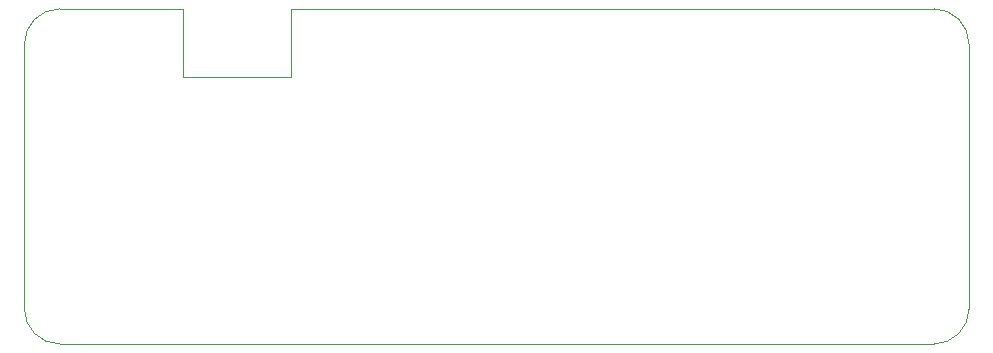
<source format=gbr>
%TF.GenerationSoftware,KiCad,Pcbnew,7.0.2*%
%TF.CreationDate,2023-06-13T00:37:22+02:00*%
%TF.ProjectId,DisplayU_Sisterboard,44697370-6c61-4795-955f-536973746572,rev?*%
%TF.SameCoordinates,Original*%
%TF.FileFunction,Profile,NP*%
%FSLAX46Y46*%
G04 Gerber Fmt 4.6, Leading zero omitted, Abs format (unit mm)*
G04 Created by KiCad (PCBNEW 7.0.2) date 2023-06-13 00:37:22*
%MOMM*%
%LPD*%
G01*
G04 APERTURE LIST*
%TA.AperFunction,Profile*%
%ADD10C,0.100000*%
%TD*%
G04 APERTURE END LIST*
D10*
X-66591150Y-215800000D02*
X-66591150Y-210000000D01*
X-53291150Y-210000000D02*
X-3000000Y-210000000D01*
X-3000000Y-238378680D02*
X-77000000Y-238378680D01*
X-77000000Y-210000000D02*
X-70091150Y-210000000D01*
X-3000000Y-238378680D02*
G75*
G03*
X0Y-235378680I-1J3000001D01*
G01*
X-57391150Y-215800000D02*
X-66591150Y-215800000D01*
X0Y-213000000D02*
G75*
G03*
X-3000000Y-210000000I-3000001J-1D01*
G01*
X-57391150Y-210000000D02*
X-53291150Y-210000000D01*
X0Y-213000000D02*
X0Y-235378680D01*
X-77000000Y-210000000D02*
G75*
G03*
X-80000000Y-213000000I1J-3000001D01*
G01*
X-80000000Y-213000000D02*
X-80000000Y-235378680D01*
X-57391150Y-215800000D02*
X-57391150Y-210000000D01*
X-66591150Y-210000000D02*
X-70091150Y-210000000D01*
X-80000000Y-235378680D02*
G75*
G03*
X-77000000Y-238378680I3000001J1D01*
G01*
M02*

</source>
